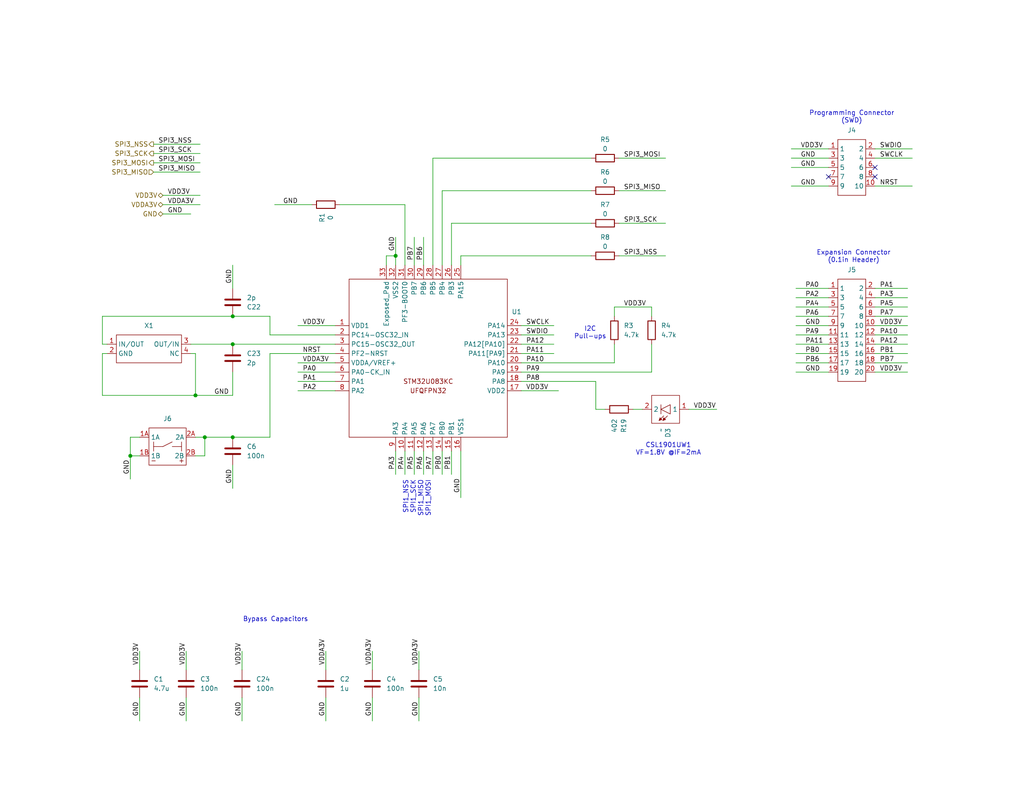
<source format=kicad_sch>
(kicad_sch (version 20231120) (generator "eeschema") (generator_version "8.0")
  (paper "USLetter")
  (title_block (title "Iris-128S-Adapter") (date "7/26/2024") (rev "1.0.0") (company "OpenIC"))
  (lib_symbols
    (symbol "Device:C" (pin_numbers hide) (pin_names (offset 0.254))
      (property "Reference" "C" (at 0.635 2.54 0))
      (property "Value" "C" (at 0.635 -2.54 0))
      (symbol "C_0_1"
        (polyline (pts (xy -2.032 -0.762) (xy 2.032 -0.762)) (stroke (width 0.508)))
        (polyline (pts (xy -2.032 0.762) (xy 2.032 0.762)) (stroke (width 0.508)))
      )
      (symbol "C_1_1"
        (pin passive line (at 0 3.81 270) (length 2.794) (name "~") (number "1"))
        (pin passive line (at 0 -3.81 90) (length 2.794) (name "~") (number "2"))
      )
    )
    (symbol "Device:R" (pin_numbers hide) (pin_names (offset 0))
      (property "Reference" "R" (at 2.032 0 90))
      (property "Value" "R" (at 0 0 90))
      (symbol "R_0_1"
        (rectangle (start -1.016 -2.54) (end 1.016 2.54) (stroke (width 0.254)))
      )
      (symbol "R_1_1"
        (pin passive line (at 0 3.81 270) (length 1.27) (name "~") (number "1"))
        (pin passive line (at 0 -3.81 90) (length 1.27) (name "~") (number "2"))
      )
    )
    (symbol "openic:ARM10-10_2x5_P0.05in"
      (property "Reference" "J" (at -2.54 8.89 0))
      (symbol "ARM10-10_2x5_P0.05in_0_1"
        (rectangle (start -3.81 7.62) (end 3.81 -7.62))
      )
      (symbol "ARM10-10_2x5_P0.05in_1_1"
        (pin passive line (at -6.35 5.08 0) (length 2.54) (name "1") (number "1"))
        (pin passive line (at 6.35 -5.08 180) (length 2.54) (name "10") (number "10"))
        (pin passive line (at 6.35 5.08 180) (length 2.54) (name "2") (number "2"))
        (pin passive line (at -6.35 2.54 0) (length 2.54) (name "3") (number "3"))
        (pin passive line (at 6.35 2.54 180) (length 2.54) (name "4") (number "4"))
        (pin passive line (at -6.35 0 0) (length 2.54) (name "5") (number "5"))
        (pin passive line (at 6.35 0 180) (length 2.54) (name "6") (number "6"))
        (pin passive line (at -6.35 -2.54 0) (length 2.54) (name "7") (number "7"))
        (pin passive line (at 6.35 -2.54 180) (length 2.54) (name "8") (number "8"))
        (pin passive line (at -6.35 -5.08 0) (length 2.54) (name "9") (number "9"))
      )
    )
    (symbol "openic:CRYSTAL-ECS-ECX-1210B-32KHZ"
      (property "Reference" "X" (at -7.62 5.08 0))
      (symbol "CRYSTAL-ECS-ECX-1210B-32KHZ_0_1"
        (rectangle (start -8.89 3.81) (end 8.89 -3.81))
      )
      (symbol "CRYSTAL-ECS-ECX-1210B-32KHZ_1_1"
        (pin bidirectional line (at -11.43 1.27 0) (length 2.54) (name "IN/OUT") (number "1"))
        (pin power_in line (at -11.43 -1.27 0) (length 2.54) (name "GND") (number "2"))
        (pin bidirectional line (at 11.43 1.27 180) (length 2.54) (name "OUT/IN") (number "3"))
        (pin passive line (at 11.43 -1.27 180) (length 2.54) (name "NC") (number "4"))
      )
    )
    (symbol "openic:Header-Low-Profile-Female-20_2x10_P0.1in"
      (property "Reference" "J" (at -2.54 15.24 0))
      (symbol "Header-Low-Profile-Female-20_2x10_P0.1in_0_1"
        (rectangle (start -3.81 13.97) (end 3.81 -13.97))
      )
      (symbol "Header-Low-Profile-Female-20_2x10_P0.1in_1_1"
        (pin passive line (at -6.35 11.43 0) (length 2.54) (name "1") (number "1"))
        (pin passive line (at 6.35 1.27 180) (length 2.54) (name "10") (number "10"))
        (pin passive line (at -6.35 -1.27 0) (length 2.54) (name "11") (number "11"))
        (pin passive line (at 6.35 -1.27 180) (length 2.54) (name "12") (number "12"))
        (pin passive line (at -6.35 -3.81 0) (length 2.54) (name "13") (number "13"))
        (pin passive line (at 6.35 -3.81 180) (length 2.54) (name "14") (number "14"))
        (pin passive line (at -6.35 -6.35 0) (length 2.54) (name "15") (number "15"))
        (pin passive line (at 6.35 -6.35 180) (length 2.54) (name "16") (number "16"))
        (pin passive line (at -6.35 -8.89 0) (length 2.54) (name "17") (number "17"))
        (pin passive line (at 6.35 -8.89 180) (length 2.54) (name "18") (number "18"))
        (pin passive line (at -6.35 -11.43 0) (length 2.54) (name "19") (number "19"))
        (pin passive line (at 6.35 11.43 180) (length 2.54) (name "2") (number "2"))
        (pin passive line (at 6.35 -11.43 180) (length 2.54) (name "20") (number "20"))
        (pin passive line (at -6.35 8.89 0) (length 2.54) (name "3") (number "3"))
        (pin passive line (at 6.35 8.89 180) (length 2.54) (name "4") (number "4"))
        (pin passive line (at -6.35 6.35 0) (length 2.54) (name "5") (number "5"))
        (pin passive line (at 6.35 6.35 180) (length 2.54) (name "6") (number "6"))
        (pin passive line (at -6.35 3.81 0) (length 2.54) (name "7") (number "7"))
        (pin passive line (at 6.35 3.81 180) (length 2.54) (name "8") (number "8"))
        (pin passive line (at -6.35 1.27 0) (length 2.54) (name "9") (number "9"))
      )
    )
    (symbol "openic:LED-RED-0603-ROHM-CSL1901UW1"
      (property "Reference" "D" (at 2.54 5.08 0))
      (symbol "LED-RED-0603-ROHM-CSL1901UW1_0_1"
        (rectangle (start -3.81 3.81) (end 3.81 -3.81))
        (polyline (pts (xy -1.27 -1.27) (xy 1.27 -1.27)))
        (polyline (pts (xy 1.778 -0.508) (xy 3.048 -1.778)))
        (polyline (pts (xy 1.778 0.508) (xy 3.048 -0.762)))
        (polyline (pts (xy 0 -1.27) (xy -1.27 1.27) (xy 1.27 1.27) (xy 0 -1.27)))
      )
      (symbol "LED-RED-0603-ROHM-CSL1901UW1_1_1"
        (polyline (pts (xy 3.048 -1.778) (xy 2.794 -1.016) (xy 2.286 -1.524) (xy 3.048 -1.778)) (fill (type outline)))
        (polyline (pts (xy 3.048 -0.762) (xy 2.794 0) (xy 2.286 -0.508) (xy 3.048 -0.762)) (fill (type outline)))
        (pin bidirectional line (at 0 6.35 270) (length 2.54) (name "1") (number "1"))
        (pin bidirectional line (at 0 -6.35 90) (length 2.54) (name "2") (number "2"))
      )
    )
    (symbol "openic:PUSHBUTTON-7914G-1-000"
      (property "Reference" "J" (at -3.81 6.35 0))
      (symbol "PUSHBUTTON-7914G-1-000_0_1"
        (rectangle (start -5.08 5.08) (end 5.08 -5.08))
        (polyline (pts (xy -3.81 0) (xy -1.27 0)))
        (polyline (pts (xy -3.81 1.27) (xy -3.81 -1.27)))
        (polyline (pts (xy -1.27 0) (xy 1.27 1.27)))
        (polyline (pts (xy 1.27 0) (xy 3.81 0)))
        (polyline (pts (xy 3.81 1.27) (xy 3.81 -1.27)))
      )
      (symbol "PUSHBUTTON-7914G-1-000_1_1"
        (text "+" (at 3.81 -3.81 0) (effects (font (size 1.27 1.27))))
        (text "-" (at -3.81 -3.81 0) (effects (font (size 1.27 1.27))))
        (pin passive line (at -7.62 2.54 0) (length 2.54) (name "1A") (number "1A"))
        (pin passive line (at -7.62 -2.54 0) (length 2.54) (name "1B") (number "1B"))
        (pin passive line (at 7.62 2.54 180) (length 2.54) (name "2A") (number "2A"))
        (pin passive line (at 7.62 -2.54 180) (length 2.54) (name "2B") (number "2B"))
      )
    )
    (symbol "openic:STM32U083KC"
      (property "Reference" "U" (at -20.32 22.86 0))
      (symbol "STM32U083KC_0_1"
        (rectangle (start -21.59 21.59) (end 21.59 -21.59))
      )
      (symbol "STM32U083KC_1_1"
        (text "STM32U083KC" (at 0 -6.35 0) (effects (font (size 1.27 1.27))))
        (text "UFQFPN32" (at 0 -8.89 0) (effects (font (size 1.27 1.27))))
        (pin power_in line (at -25.4 8.89 0) (length 3.81) (name "VDD1") (number "1"))
        (pin bidirectional line (at -6.35 -25.4 90) (length 3.81) (name "PA4") (number "10"))
        (pin bidirectional line (at -3.81 -25.4 90) (length 3.81) (name "PA5") (number "11"))
        (pin bidirectional line (at -1.27 -25.4 90) (length 3.81) (name "PA6") (number "12"))
        (pin bidirectional line (at 1.27 -25.4 90) (length 3.81) (name "PA7") (number "13"))
        (pin bidirectional line (at 3.81 -25.4 90) (length 3.81) (name "PB0") (number "14"))
        (pin bidirectional line (at 6.35 -25.4 90) (length 3.81) (name "PB1") (number "15"))
        (pin power_in line (at 8.89 -25.4 90) (length 3.81) (name "VSS1") (number "16"))
        (pin power_in line (at 25.4 -8.89 180) (length 3.81) (name "VDD2") (number "17"))
        (pin bidirectional line (at 25.4 -6.35 180) (length 3.81) (name "PA8") (number "18"))
        (pin bidirectional line (at 25.4 -3.81 180) (length 3.81) (name "PA9") (number "19"))
        (pin input line (at -25.4 6.35 0) (length 3.81) (name "PC14-OSC32_IN") (number "2"))
        (pin bidirectional line (at 25.4 -1.27 180) (length 3.81) (name "PA10") (number "20"))
        (pin bidirectional line (at 25.4 1.27 180) (length 3.81) (name "PA11[PA9]") (number "21"))
        (pin bidirectional line (at 25.4 3.81 180) (length 3.81) (name "PA12[PA10]") (number "22"))
        (pin bidirectional line (at 25.4 6.35 180) (length 3.81) (name "PA13") (number "23"))
        (pin bidirectional line (at 25.4 8.89 180) (length 3.81) (name "PA14") (number "24"))
        (pin bidirectional line (at 8.89 25.4 270) (length 3.81) (name "PA15") (number "25"))
        (pin bidirectional line (at 6.35 25.4 270) (length 3.81) (name "PB3") (number "26"))
        (pin bidirectional line (at 3.81 25.4 270) (length 3.81) (name "PB4") (number "27"))
        (pin bidirectional line (at 1.27 25.4 270) (length 3.81) (name "PB5") (number "28"))
        (pin bidirectional line (at -1.27 25.4 270) (length 3.81) (name "PB6") (number "29"))
        (pin output line (at -25.4 3.81 0) (length 3.81) (name "PC15-OSC32_OUT") (number "3"))
        (pin bidirectional line (at -3.81 25.4 270) (length 3.81) (name "PB7") (number "30"))
        (pin input line (at -6.35 25.4 270) (length 3.81) (name "PF3-BOOT0") (number "31"))
        (pin power_in line (at -8.89 25.4 270) (length 3.81) (name "VSS2") (number "32"))
        (pin power_in line (at -11.43 25.4 270) (length 3.81) (name "Exposed_Pad") (number "33"))
        (pin input line (at -25.4 1.27 0) (length 3.81) (name "PF2-NRST") (number "4"))
        (pin power_in line (at -25.4 -1.27 0) (length 3.81) (name "VDDA/VREF+") (number "5"))
        (pin input line (at -25.4 -3.81 0) (length 3.81) (name "PA0-CK_IN") (number "6"))
        (pin bidirectional line (at -25.4 -6.35 0) (length 3.81) (name "PA1") (number "7"))
        (pin bidirectional line (at -25.4 -8.89 0) (length 3.81) (name "PA2") (number "8"))
        (pin bidirectional line (at -8.89 -25.4 90) (length 3.81) (name "PA3") (number "9"))
      )
    )
  )
  (junction (at 63.5 119.38))
  (junction (at 107.95 69.85))
  (junction (at 55.88 119.38))
  (junction (at 63.5 93.98))
  (junction (at 35.56 124.46))
  (junction (at 63.5 86.36))
  (junction (at 53.34 107.95))
  (no_connect (at 238.76 45.72))
  (no_connect (at 226.06 48.26))
  (no_connect (at 238.76 48.26))
  (wire (pts (xy 63.5 93.98) (xy 91.44 93.98)))
  (wire (pts (xy 38.1 177.8) (xy 38.1 182.88)))
  (wire (pts (xy 142.24 106.68) (xy 152.4 106.68)))
  (wire (pts (xy 238.76 81.28) (xy 247.65 81.28)))
  (wire (pts (xy 73.66 119.38) (xy 63.5 119.38)))
  (wire (pts (xy 168.91 52.07) (xy 181.61 52.07)))
  (wire (pts (xy 50.8 177.8) (xy 50.8 182.88)))
  (wire (pts (xy 63.5 78.74) (xy 63.5 72.39)))
  (wire (pts (xy 167.64 83.82) (xy 177.8 83.82)))
  (wire (pts (xy 168.91 60.96) (xy 181.61 60.96)))
  (wire (pts (xy 215.9 43.18) (xy 226.06 43.18)))
  (wire (pts (xy 101.6 190.5) (xy 101.6 196.85)))
  (wire (pts (xy 110.49 123.19) (xy 110.49 129.54)))
  (wire (pts (xy 53.34 124.46) (xy 55.88 124.46)))
  (wire (pts (xy 125.73 135.89) (xy 125.73 123.19)))
  (wire (pts (xy 53.34 107.95) (xy 63.5 107.95)))
  (wire (pts (xy 238.76 50.8) (xy 248.92 50.8)))
  (wire (pts (xy 41.91 44.45) (xy 54.61 44.45)))
  (wire (pts (xy 215.9 50.8) (xy 226.06 50.8)))
  (wire (pts (xy 66.04 190.5) (xy 66.04 196.85)))
  (wire (pts (xy 27.94 107.95) (xy 27.94 96.52)))
  (wire (pts (xy 217.17 86.36) (xy 226.06 86.36)))
  (wire (pts (xy 217.17 99.06) (xy 226.06 99.06)))
  (wire (pts (xy 120.65 52.07) (xy 120.65 72.39)))
  (wire (pts (xy 165.1 111.76) (xy 162.56 111.76)))
  (wire (pts (xy 38.1 119.38) (xy 35.56 119.38)))
  (wire (pts (xy 115.57 123.19) (xy 115.57 129.54)))
  (wire (pts (xy 110.49 55.88) (xy 110.49 72.39)))
  (wire (pts (xy 215.9 45.72) (xy 226.06 45.72)))
  (wire (pts (xy 125.73 69.85) (xy 161.29 69.85)))
  (wire (pts (xy 35.56 119.38) (xy 35.56 124.46)))
  (wire (pts (xy 81.28 99.06) (xy 91.44 99.06)))
  (wire (pts (xy 115.57 64.77) (xy 115.57 72.39)))
  (wire (pts (xy 63.5 101.6) (xy 63.5 107.95)))
  (wire (pts (xy 167.64 86.36) (xy 167.64 83.82)))
  (wire (pts (xy 238.76 83.82) (xy 247.65 83.82)))
  (wire (pts (xy 53.34 96.52) (xy 53.34 107.95)))
  (wire (pts (xy 238.76 43.18) (xy 248.92 43.18)))
  (wire (pts (xy 125.73 72.39) (xy 125.73 69.85)))
  (wire (pts (xy 238.76 93.98) (xy 247.65 93.98)))
  (wire (pts (xy 50.8 190.5) (xy 50.8 196.85)))
  (wire (pts (xy 107.95 69.85) (xy 107.95 72.39)))
  (wire (pts (xy 195.58 111.76) (xy 187.96 111.76)))
  (wire (pts (xy 107.95 64.77) (xy 107.95 69.85)))
  (wire (pts (xy 55.88 124.46) (xy 55.88 119.38)))
  (wire (pts (xy 44.45 53.34) (xy 54.61 53.34)))
  (wire (pts (xy 217.17 81.28) (xy 226.06 81.28)))
  (wire (pts (xy 27.94 86.36) (xy 63.5 86.36)))
  (wire (pts (xy 27.94 93.98) (xy 27.94 86.36)))
  (wire (pts (xy 123.19 123.19) (xy 123.19 129.54)))
  (wire (pts (xy 81.28 104.14) (xy 91.44 104.14)))
  (wire (pts (xy 118.11 123.19) (xy 118.11 129.54)))
  (wire (pts (xy 53.34 119.38) (xy 55.88 119.38)))
  (wire (pts (xy 105.41 69.85) (xy 107.95 69.85)))
  (wire (pts (xy 118.11 43.18) (xy 118.11 72.39)))
  (wire (pts (xy 63.5 86.36) (xy 73.66 86.36)))
  (wire (pts (xy 114.3 177.8) (xy 114.3 182.88)))
  (wire (pts (xy 217.17 83.82) (xy 226.06 83.82)))
  (wire (pts (xy 81.28 101.6) (xy 91.44 101.6)))
  (wire (pts (xy 177.8 101.6) (xy 177.8 93.98)))
  (wire (pts (xy 168.91 69.85) (xy 181.61 69.85)))
  (wire (pts (xy 105.41 72.39) (xy 105.41 69.85)))
  (wire (pts (xy 177.8 83.82) (xy 177.8 86.36)))
  (wire (pts (xy 217.17 91.44) (xy 226.06 91.44)))
  (wire (pts (xy 73.66 86.36) (xy 73.66 91.44)))
  (wire (pts (xy 238.76 88.9) (xy 247.65 88.9)))
  (wire (pts (xy 142.24 101.6) (xy 177.8 101.6)))
  (wire (pts (xy 35.56 124.46) (xy 38.1 124.46)))
  (wire (pts (xy 217.17 101.6) (xy 226.06 101.6)))
  (wire (pts (xy 63.5 127) (xy 63.5 133.35)))
  (wire (pts (xy 55.88 119.38) (xy 63.5 119.38)))
  (wire (pts (xy 73.66 96.52) (xy 73.66 119.38)))
  (wire (pts (xy 113.03 64.77) (xy 113.03 72.39)))
  (wire (pts (xy 120.65 52.07) (xy 161.29 52.07)))
  (wire (pts (xy 217.17 93.98) (xy 226.06 93.98)))
  (wire (pts (xy 81.28 88.9) (xy 91.44 88.9)))
  (wire (pts (xy 167.64 93.98) (xy 167.64 99.06)))
  (wire (pts (xy 238.76 91.44) (xy 247.65 91.44)))
  (wire (pts (xy 41.91 46.99) (xy 54.61 46.99)))
  (wire (pts (xy 217.17 96.52) (xy 226.06 96.52)))
  (wire (pts (xy 123.19 60.96) (xy 161.29 60.96)))
  (wire (pts (xy 142.24 104.14) (xy 162.56 104.14)))
  (wire (pts (xy 88.9 177.8) (xy 88.9 182.88)))
  (wire (pts (xy 53.34 107.95) (xy 27.94 107.95)))
  (wire (pts (xy 44.45 58.42) (xy 52.07 58.42)))
  (wire (pts (xy 238.76 99.06) (xy 247.65 99.06)))
  (wire (pts (xy 142.24 91.44) (xy 151.13 91.44)))
  (wire (pts (xy 27.94 96.52) (xy 29.21 96.52)))
  (wire (pts (xy 238.76 101.6) (xy 247.65 101.6)))
  (wire (pts (xy 162.56 111.76) (xy 162.56 104.14)))
  (wire (pts (xy 123.19 60.96) (xy 123.19 72.39)))
  (wire (pts (xy 217.17 78.74) (xy 226.06 78.74)))
  (wire (pts (xy 41.91 39.37) (xy 54.61 39.37)))
  (wire (pts (xy 175.26 111.76) (xy 172.72 111.76)))
  (wire (pts (xy 107.95 123.19) (xy 107.95 129.54)))
  (wire (pts (xy 66.04 177.8) (xy 66.04 182.88)))
  (wire (pts (xy 52.07 96.52) (xy 53.34 96.52)))
  (wire (pts (xy 52.07 93.98) (xy 63.5 93.98)))
  (wire (pts (xy 142.24 93.98) (xy 151.13 93.98)))
  (wire (pts (xy 142.24 96.52) (xy 151.13 96.52)))
  (wire (pts (xy 35.56 124.46) (xy 35.56 130.81)))
  (wire (pts (xy 92.71 55.88) (xy 110.49 55.88)))
  (wire (pts (xy 85.09 55.88) (xy 74.93 55.88)))
  (wire (pts (xy 238.76 40.64) (xy 248.92 40.64)))
  (wire (pts (xy 44.45 55.88) (xy 54.61 55.88)))
  (wire (pts (xy 168.91 43.18) (xy 181.61 43.18)))
  (wire (pts (xy 38.1 190.5) (xy 38.1 196.85)))
  (wire (pts (xy 118.11 43.18) (xy 161.29 43.18)))
  (wire (pts (xy 101.6 177.8) (xy 101.6 182.88)))
  (wire (pts (xy 73.66 91.44) (xy 91.44 91.44)))
  (wire (pts (xy 41.91 41.91) (xy 54.61 41.91)))
  (wire (pts (xy 238.76 86.36) (xy 247.65 86.36)))
  (wire (pts (xy 217.17 88.9) (xy 226.06 88.9)))
  (wire (pts (xy 113.03 123.19) (xy 113.03 129.54)))
  (wire (pts (xy 73.66 96.52) (xy 91.44 96.52)))
  (wire (pts (xy 238.76 78.74) (xy 247.65 78.74)))
  (wire (pts (xy 215.9 40.64) (xy 226.06 40.64)))
  (wire (pts (xy 88.9 190.5) (xy 88.9 196.85)))
  (wire (pts (xy 238.76 96.52) (xy 247.65 96.52)))
  (wire (pts (xy 27.94 93.98) (xy 29.21 93.98)))
  (wire (pts (xy 81.28 106.68) (xy 91.44 106.68)))
  (wire (pts (xy 142.24 99.06) (xy 167.64 99.06)))
  (wire (pts (xy 120.65 123.19) (xy 120.65 129.54)))
  (wire (pts (xy 114.3 190.5) (xy 114.3 196.85)))
  (wire (pts (xy 142.24 88.9) (xy 151.13 88.9)))
  (text "I2C\nPull-ups" (at 161.036 90.932 0) (effects (font (size 1.27 1.27))))
  (text "SPI1_NSS\nSPI1_SCK\nSPI1_MISO\nSPI1_MOSI" (at 113.792 131.064 90) (effects (font (size 1.27 1.27)) (justify right)))
  (text "CSL1901UW1\nVF=1.8V @IF=2mA" (at 182.372 122.682 0) (effects (font (size 1.27 1.27))))
  (text "Expansion Connector\n(0.1in Header)" (at 232.918 70.104 0) (effects (font (size 1.27 1.27))))
  (text "Programming Connector\n(SWD)" (at 232.41 32.004 0) (effects (font (size 1.27 1.27))))
  (text "Bypass Capacitors" (at 75.184 169.164 0) (effects (font (size 1.27 1.27))))
  (label "VDD3V" (at 38.1 181.61 90))
  (label "PA5" (at 113.03 128.27 90))
  (label "GND" (at 50.8 195.58 90))
  (label "VDD3V" (at 66.04 181.61 90))
  (label "GND" (at 58.42 107.95 0))
  (label "PA1" (at 82.55 104.14 0))
  (label "VDDA3V" (at 82.55 99.06 0))
  (label "SPI3_NSS" (at 170.18 69.85 0))
  (label "VDDA3V" (at 114.3 181.61 90))
  (label "PA4" (at 219.71 83.82 0))
  (label "SPI3_MOSI" (at 43.18 44.45 0))
  (label "PA1" (at 240.03 78.74 0))
  (label "PA9" (at 143.51 101.6 0))
  (label "VDD3V" (at 50.8 181.61 90))
  (label "SPI3_NSS" (at 43.18 39.37 0))
  (label "PB1" (at 123.19 128.27 90))
  (label "VDD3V" (at 143.51 106.68 0))
  (label "PA3" (at 240.03 81.28 0))
  (label "VDD3V" (at 82.55 88.9 0))
  (label "PB0" (at 120.65 128.27 90))
  (label "PA12" (at 143.51 93.98 0))
  (label "GND" (at 125.73 134.62 90))
  (label "GND" (at 38.1 195.58 90))
  (label "PA12" (at 240.03 93.98 0))
  (label "GND" (at 45.72 58.42 0))
  (label "VDD3V" (at 170.18 83.82 0))
  (label "VDD3V" (at 218.44 40.64 0))
  (label "GND" (at 81.28 55.88 180))
  (label "GND" (at 63.5 77.47 90))
  (label "PB6" (at 219.71 99.06 0))
  (label "NRST" (at 82.55 96.52 0))
  (label "PA0" (at 219.71 78.74 0))
  (label "GND" (at 107.95 68.58 90))
  (label "PA9" (at 219.71 91.44 0))
  (label "GND" (at 88.9 195.58 90))
  (label "SPI3_SCK" (at 170.18 60.96 0))
  (label "PB7" (at 240.03 99.06 0))
  (label "SPI3_MISO" (at 43.18 46.99 0))
  (label "PA2" (at 82.55 106.68 0))
  (label "SWDIO" (at 143.51 91.44 0))
  (label "GND" (at 66.04 195.58 90))
  (label "GND" (at 218.44 45.72 0))
  (label "VDD3V" (at 240.03 88.9 0))
  (label "PB6" (at 115.57 71.12 90))
  (label "PA11" (at 143.51 96.52 0))
  (label "GND" (at 63.5 132.08 90))
  (label "PA6" (at 115.57 128.27 90))
  (label "PA0" (at 82.55 101.6 0))
  (label "SWDIO" (at 240.03 40.64 0))
  (label "GND" (at 219.71 101.6 0))
  (label "GND" (at 114.3 195.58 90))
  (label "SPI3_SCK" (at 43.18 41.91 0))
  (label "PA7" (at 118.11 128.27 90))
  (label "PA4" (at 110.49 128.27 90))
  (label "VDD3V" (at 240.03 101.6 0))
  (label "SWCLK" (at 240.03 43.18 0))
  (label "PA11" (at 219.71 93.98 0))
  (label "SWCLK" (at 143.51 88.9 0))
  (label "SPI3_MISO" (at 170.18 52.07 0))
  (label "SPI3_MOSI" (at 170.18 43.18 0))
  (label "PA5" (at 240.03 83.82 0))
  (label "PA3" (at 107.95 128.27 90))
  (label "PA10" (at 240.03 91.44 0))
  (label "PB1" (at 240.03 96.52 0))
  (label "GND" (at 35.56 129.54 90))
  (label "PA6" (at 219.71 86.36 0))
  (label "VDDA3V" (at 101.6 181.61 90))
  (label "GND" (at 219.71 88.9 0))
  (label "VDDA3V" (at 45.72 55.88 0))
  (label "PA10" (at 143.51 99.06 0))
  (label "PA2" (at 219.71 81.28 0))
  (label "GND" (at 218.44 43.18 0))
  (label "GND" (at 218.44 50.8 0))
  (label "PA7" (at 240.03 86.36 0))
  (label "PA8" (at 143.51 104.14 0))
  (label "NRST" (at 240.03 50.8 0))
  (label "PB7" (at 113.03 71.12 90))
  (label "PB0" (at 219.71 96.52 0))
  (label "GND" (at 101.6 195.58 90))
  (label "VDDA3V" (at 88.9 181.61 90))
  (label "VDD3V" (at 45.72 53.34 0))
  (label "VDD3V" (at 189.23 111.76 0))
  (hierarchical_label "SPI3_NSS" (shape output) (at 41.91 39.37 180))
  (hierarchical_label "GND" (shape bidirectional) (at 44.45 58.42 180))
  (hierarchical_label "VDDA3V" (shape bidirectional) (at 44.45 55.88 180))
  (hierarchical_label "SPI3_MOSI" (shape output) (at 41.91 44.45 180))
  (hierarchical_label "SPI3_SCK" (shape output) (at 41.91 41.91 180))
  (hierarchical_label "SPI3_MISO" (shape input) (at 41.91 46.99 180))
  (hierarchical_label "VDD3V" (shape bidirectional) (at 44.45 53.34 180))
  (symbol (lib_id "Device:C") (at 101.6 186.69 0) (unit 1)
    (property "Reference" "C4" (at 105.41 185.4199 0) (effects (justify left)))
    (property "Value" "100n" (at 105.41 187.9599 0) (effects (justify left)))
    (property "Footprint" "Capacitor_SMD:C_0201_0603Metric" (effects (hide yes)))
    (property "Description" "Unpolarized capacitor" (effects (hide yes)))
    (property "MPN" "C0603X5R1C104K030BC" (effects (hide yes)))
    (property "Manufacturer" "TDK" (effects (hide yes)))
  )
  (symbol (lib_id "Device:R") (at 177.8 90.17 0) (unit 1)
    (property "Reference" "R4" (at 180.34 88.8999 0) (effects (justify left)))
    (property "Value" "4.7k" (at 180.34 91.4399 0) (effects (justify left)))
    (property "Footprint" "Resistor_SMD:R_0201_0603Metric" (effects (hide yes)))
    (property "Description" "Resistor" (effects (hide yes)))
    (property "MPN" "RC0201FR-074K7L" (effects (hide yes)))
    (property "Manufacturer" "Yageo" (effects (hide yes)))
  )
  (symbol (lib_id "Device:R") (at 165.1 69.85 90) (unit 1)
    (property "Reference" "R8" (at 165.1 64.77 90))
    (property "Value" "0" (at 165.1 67.31 90))
    (property "Footprint" "Resistor_SMD:R_0402_1005Metric" (effects (hide yes)))
    (property "Description" "Resistor" (effects (hide yes)))
    (property "MPN" "RC0402JR-070RL" (effects (hide yes)))
    (property "Manufacturer" "Yageo" (effects (hide yes)))
  )
  (symbol (lib_id "openic:PUSHBUTTON-7914G-1-000") (at 45.72 121.92 0) (unit 1)
    (property "Reference" "J6" (at 45.72 114.3 0))
    (property "Footprint" "openic:BOURNES-PUSHBUTTON-7914G-1-000" (effects (hide yes)))
    (property "Description" "PUSHBUTTON-7914G-1-000" (effects (hide yes)))
    (property "MPN" "7914G-1-000" (effects (hide yes)))
    (property "Manufacturer" "Bournes" (effects (hide yes)))
  )
  (symbol (lib_id "Device:C") (at 88.9 186.69 0) (unit 1)
    (property "Reference" "C2" (at 92.71 185.4199 0) (effects (justify left)))
    (property "Value" "1u" (at 92.71 187.9599 0) (effects (justify left)))
    (property "Footprint" "Capacitor_SMD:C_0201_0603Metric" (effects (hide yes)))
    (property "Description" "Unpolarized capacitor" (effects (hide yes)))
    (property "MPN" "GRM033R61C105ME15D" (effects (hide yes)))
    (property "Manufacturer" "Murata Electronics" (effects (hide yes)))
  )
  (symbol (lib_id "Device:R") (at 167.64 90.17 0) (unit 1)
    (property "Reference" "R3" (at 170.18 88.8999 0) (effects (justify left)))
    (property "Value" "4.7k" (at 170.18 91.4399 0) (effects (justify left)))
    (property "Footprint" "Resistor_SMD:R_0201_0603Metric" (effects (hide yes)))
    (property "Description" "Resistor" (effects (hide yes)))
    (property "MPN" "RC0201FR-074K7L" (effects (hide yes)))
    (property "Manufacturer" "Yageo" (effects (hide yes)))
  )
  (symbol (lib_id "Device:R") (at 165.1 43.18 90) (unit 1)
    (property "Reference" "R5" (at 165.1 38.1 90))
    (property "Value" "0" (at 165.1 40.64 90))
    (property "Footprint" "Resistor_SMD:R_0402_1005Metric" (effects (hide yes)))
    (property "Description" "Resistor" (effects (hide yes)))
    (property "MPN" "RC0402JR-070RL" (effects (hide yes)))
    (property "Manufacturer" "Yageo" (effects (hide yes)))
  )
  (symbol (lib_id "openic:Header-Low-Profile-Female-20_2x10_P0.1in") (at 232.41 90.17 0) (unit 1)
    (property "Reference" "J5" (at 232.41 73.66 0))
    (property "Footprint" "openic:SLW-110-01-G-D" (effects (hide yes)))
    (property "Description" "Header-Low-Profile-Female-20_2x10_P0.1in" (effects (hide yes)))
    (property "MPN" "SLW-110-01-G-D" (effects (hide yes)))
    (property "Manufacturer" "Samtec" (effects (hide yes)))
  )
  (symbol (lib_id "Device:R") (at 165.1 60.96 90) (unit 1)
    (property "Reference" "R7" (at 165.1 55.88 90))
    (property "Value" "0" (at 165.1 58.42 90))
    (property "Footprint" "Resistor_SMD:R_0402_1005Metric" (effects (hide yes)))
    (property "Description" "Resistor" (effects (hide yes)))
    (property "MPN" "RC0402JR-070RL" (effects (hide yes)))
    (property "Manufacturer" "Yageo" (effects (hide yes)))
  )
  (symbol (lib_id "Device:C") (at 50.8 186.69 0) (unit 1)
    (property "Reference" "C3" (at 54.61 185.4199 0) (effects (justify left)))
    (property "Value" "100n" (at 54.61 187.9599 0) (effects (justify left)))
    (property "Footprint" "Capacitor_SMD:C_0201_0603Metric" (effects (hide yes)))
    (property "Description" "Unpolarized capacitor" (effects (hide yes)))
    (property "MPN" "C0603X5R1C104K030BC" (effects (hide yes)))
    (property "Manufacturer" "TDK" (effects (hide yes)))
  )
  (symbol (lib_id "Device:R") (at 88.9 55.88 270) (unit 1)
    (property "Reference" "R1" (at 87.884 59.436 0))
    (property "Value" "0" (at 90.17 59.436 0))
    (property "Footprint" "Resistor_SMD:R_0201_0603Metric" (effects (hide yes)))
    (property "Description" "Resistor" (effects (hide yes)))
    (property "MPN" "RC0201FR-070RL" (effects (hide yes)))
    (property "Manufacturer" "Yageo" (effects (hide yes)))
  )
  (symbol (lib_id "Device:C") (at 114.3 186.69 0) (unit 1)
    (property "Reference" "C5" (at 118.11 185.4199 0) (effects (justify left)))
    (property "Value" "10n" (at 118.11 187.9599 0) (effects (justify left)))
    (property "Footprint" "Capacitor_SMD:C_0201_0603Metric" (effects (hide yes)))
    (property "Description" "Unpolarized capacitor" (effects (hide yes)))
    (property "MPN" "GRM033R61C103KA12D" (effects (hide yes)))
    (property "Manufacturer" "Murata Electronics" (effects (hide yes)))
  )
  (symbol (lib_id "Device:R") (at 168.91 111.76 270) (unit 1)
    (property "Reference" "R19" (at 170.1801 114.3 0) (effects (justify left)))
    (property "Value" "402" (at 167.6401 114.3 0) (effects (justify left)))
    (property "Footprint" "Resistor_SMD:R_0402_1005Metric" (effects (hide yes)))
    (property "Description" "Resistor" (effects (hide yes)))
    (property "MPN" "RCS0402402RFKED" (effects (hide yes)))
    (property "Manufacturer" "Vishay Dale" (effects (hide yes)))
  )
  (symbol (lib_id "openic:ARM10-10_2x5_P0.05in") (at 232.41 45.72 0) (unit 1)
    (property "Reference" "J4" (at 232.41 35.56 0))
    (property "Footprint" "openic:SMD-ARM10-10_2x5_P0.05in" (effects (hide yes)))
    (property "Description" "ARM10-10_2x5_P0.05in" (effects (hide yes)))
    (property "MPN" "FTSH-105-01-L-DV-K" (effects (hide yes)))
    (property "Manufacturer" "Samtec" (effects (hide yes)))
  )
  (symbol (lib_id "openic:STM32U083KC") (at 116.84 97.79 0) (unit 1)
    (property "Reference" "U1" (at 140.97 85.1214 0))
    (property "Footprint" "openic:UFQFPN-32-1EP_5x5mm_P0.5mm_EP3.6x3.6mm" (effects (hide yes)))
    (property "Description" "STM32 Ultra-low-power Arm M0+, 32-bit MCU" (effects (hide yes)))
    (property "MPN" "STM32U083KCU6" (effects (hide yes)))
    (property "Manufacturer" "ST Microelectronics" (effects (hide yes)))
  )
  (symbol (lib_id "Device:C") (at 63.5 82.55 0) (mirror x) (unit 1)
    (property "Reference" "C22" (at 67.31 83.8201 0) (effects (justify left)))
    (property "Value" "2p" (at 67.31 81.2801 0) (effects (justify left)))
    (property "Footprint" "Capacitor_SMD:C_0201_0603Metric" (effects (hide yes)))
    (property "Description" "Unpolarized capacitor" (effects (hide yes)))
    (property "MPN" "GJM0335C1E2R0WB01D" (effects (hide yes)))
    (property "Manufacturer" "Murata Electronics" (effects (hide yes)))
  )
  (symbol (lib_id "Device:C") (at 38.1 186.69 0) (unit 1)
    (property "Reference" "C1" (at 41.91 185.4199 0) (effects (justify left)))
    (property "Value" "4.7u" (at 41.91 187.9599 0) (effects (justify left)))
    (property "Footprint" "Capacitor_SMD:C_0402_1005Metric" (effects (hide yes)))
    (property "Description" "Unpolarized capacitor" (effects (hide yes)))
    (property "MPN" "KGM05CR51C475MH" (effects (hide yes)))
    (property "Manufacturer" "Kyocera AVX" (effects (hide yes)))
  )
  (symbol (lib_id "Device:C") (at 63.5 123.19 0) (unit 1)
    (property "Reference" "C6" (at 67.31 121.9199 0) (effects (justify left)))
    (property "Value" "100n" (at 67.31 124.4599 0) (effects (justify left)))
    (property "Footprint" "Capacitor_SMD:C_0201_0603Metric" (effects (hide yes)))
    (property "Description" "Unpolarized capacitor" (effects (hide yes)))
    (property "MPN" "C0603X5R1C104K030BC" (effects (hide yes)))
    (property "Manufacturer" "TDK" (effects (hide yes)))
  )
  (symbol (lib_id "openic:LED-RED-0603-ROHM-CSL1901UW1") (at 181.61 111.76 270) (unit 1)
    (property "Reference" "D3" (at 182.2451 116.84 0) (effects (justify left)))
    (property "Value" "~" (at 180.34 116.84 0) (effects (justify left)))
    (property "Footprint" "openic:ROHM-LED-0603" (effects (hide yes)))
    (property "Description" "LED-RED-0603-ROHM-CSL1901UW1" (effects (hide yes)))
    (property "MPN" "CSL1901UW1" (effects (hide yes)))
    (property "Manufacturer" "ROHM" (effects (hide yes)))
  )
  (symbol (lib_id "openic:CRYSTAL-ECS-ECX-1210B-32KHZ") (at 40.64 95.25 0) (unit 1)
    (property "Reference" "X1" (at 40.64 88.9 0))
    (property "Footprint" "openic:CRYSTAL-ECS-ECX-1210B-32KHZ" (effects (hide yes)))
    (property "Description" "CRYSTAL-ECS-ECX-1210B-32KHZ" (effects (hide yes)))
    (property "MPN" "  ECS-.327-6-1210B-N-TR" (effects (hide yes)))
    (property "Manufacturer" "ECS" (effects (hide yes)))
  )
  (symbol (lib_id "Device:C") (at 66.04 186.69 0) (unit 1)
    (property "Reference" "C24" (at 69.85 185.4199 0) (effects (justify left)))
    (property "Value" "100n" (at 69.85 187.9599 0) (effects (justify left)))
    (property "Footprint" "Capacitor_SMD:C_0201_0603Metric" (effects (hide yes)))
    (property "Description" "Unpolarized capacitor" (effects (hide yes)))
    (property "MPN" "C0603X5R1C104K030BC" (effects (hide yes)))
    (property "Manufacturer" "TDK" (effects (hide yes)))
  )
  (symbol (lib_id "Device:C") (at 63.5 97.79 0) (unit 1)
    (property "Reference" "C23" (at 67.31 96.5199 0) (effects (justify left)))
    (property "Value" "2p" (at 67.31 99.0599 0) (effects (justify left)))
    (property "Footprint" "Capacitor_SMD:C_0201_0603Metric" (effects (hide yes)))
    (property "Description" "Unpolarized capacitor" (effects (hide yes)))
    (property "MPN" "GJM0335C1E2R0WB01D" (effects (hide yes)))
    (property "Manufacturer" "Murata Electronics" (effects (hide yes)))
  )
  (symbol (lib_id "Device:R") (at 165.1 52.07 90) (unit 1)
    (property "Reference" "R6" (at 165.1 46.99 90))
    (property "Value" "0" (at 165.1 49.53 90))
    (property "Footprint" "Resistor_SMD:R_0402_1005Metric" (effects (hide yes)))
    (property "Description" "Resistor" (effects (hide yes)))
    (property "MPN" "RC0402JR-070RL" (effects (hide yes)))
    (property "Manufacturer" "Yageo" (effects (hide yes)))
  )
)
</source>
